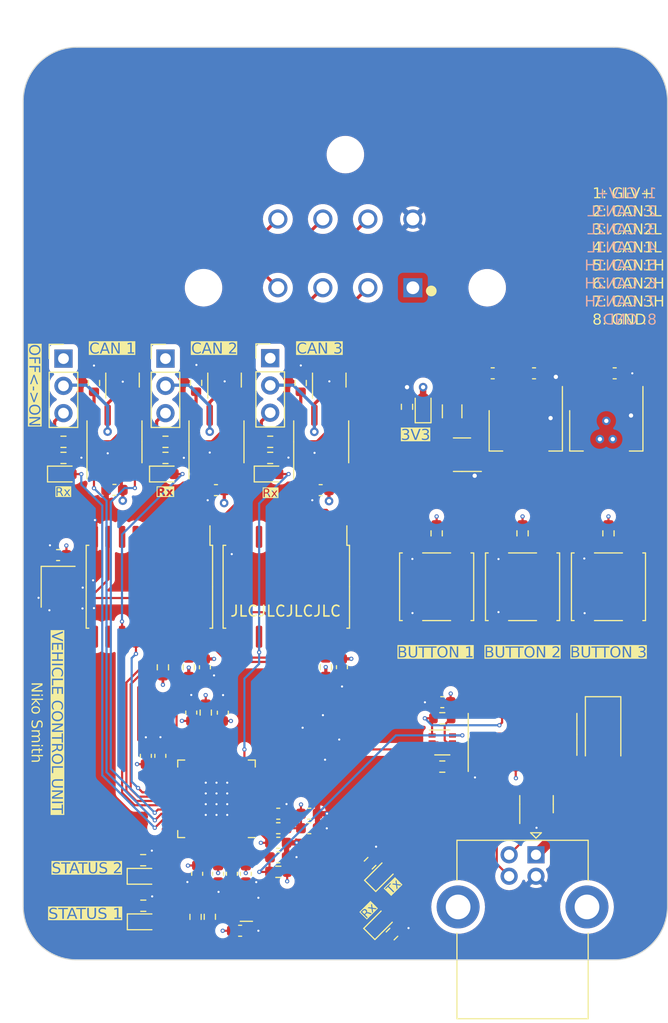
<source format=kicad_pcb>
(kicad_pcb (version 20221018) (generator pcbnew)
  (layers (0 "F.Cu" signal) (1 "In1.Cu" signal) (2 "In2.Cu" signal) (31 "B.Cu" signal) (34 "B.Paste" user) (35 "F.Paste" user) (36 "B.SilkS" user "B.Silkscreen") (37 "F.SilkS" user "F.Silkscreen") (38 "B.Mask" user) (39 "F.Mask" user) (44 "Edge.Cuts" user))
  (net 0 "")
  (net 1 "EN")
  (net 2 "GND")
  (net 3 "+3V3")
  (net 4 "+5V")
  (net 5 "Net-(Q2-S)")
  (net 6 "Net-(D1-A)")
  (net 7 "Net-(D2-K)")
  (net 8 "STATUS1_LED")
  (net 9 "CAN1-")
  (net 10 "CAN1+")
  (net 11 "CAN2-")
  (net 12 "CAN2+")
  (net 13 "CAN3-")
  (net 14 "CAN3+")
  (net 15 "Net-(D6-K)")
  (net 16 "CAN2_SPI_INT")
  (net 17 "Net-(D7-K)")
  (net 18 "CAN3_SPI_INT")
  (net 19 "Net-(D8-K)")
  (net 20 "CAN1_INT")
  (net 21 "Net-(D9-K)")
  (net 22 "STATUS2_LED")
  (net 23 "GLV+")
  (net 24 "Net-(Q2-D)")
  (net 25 "D-")
  (net 26 "D+")
  (net 28 "Net-(JP1-B)")
  (net 29 "Net-(JP2-B)")
  (net 30 "Net-(JP3-B)")
  (net 31 "RTS")
  (net 32 "Net-(Q1A-B1)")
  (net 33 "IO0")
  (net 34 "DTR")
  (net 35 "Net-(Q1B-B2)")
  (net 36 "Net-(U4-Rs)")
  (net 37 "Net-(U5-Rs)")
  (net 38 "Net-(U6-~{RESET})")
  (net 39 "Net-(U7-Rs)")
  (net 40 "Net-(U8-~{RESET})")
  (net 41 "Button 1")
  (net 42 "Button 2")
  (net 43 "Button 3")
  (net 44 "D- Out")
  (net 45 "D+ Out")
  (net 46 "MISO")
  (net 47 "MOSI")
  (net 48 "SCLK")
  (net 49 "CAN1_TX")
  (net 50 "CAN3_CS")
  (net 51 "CAN1_RX")
  (net 52 "CAN2_CS")
  (net 53 "TxD")
  (net 54 "RxD")
  (net 63 "CAN2_TX")
  (net 64 "CAN2_RX")
  (net 66 "CAN3_TX")
  (net 67 "CAN3_RX")
  (net 83 "VDD3P3")
  (net 85 "Net-(D10-K)")
  (net 89 "Net-(X1-OUT)")
  (net 90 "Net-(U2-XTAL_P)")
  (net 91 "Net-(D11-K)")
  (net 92 "Net-(D12-K)")
  (net 93 "Net-(U2-GPIO18{slash}ADC2_CH7{slash}DAC_2)")
  (net 94 "Net-(U2-U0TXD{slash}GPIO43)")
  (net 95 "Net-(U2-U0RXD{slash}GPIO44)")
  (net 118 "CAN_OSC_OUT")
  (footprint "Capacitor_SMD:C_0603_1608Metric" (layer "F.Cu") (at 175.08 85.37)
    (fp_text reference "C12" hide)
    (fp_text value "22u")
  )
  (footprint "Resistor_SMD:R_0603_1608Metric" (layer "F.Cu") (at 131.1825 134.95875 180)
    (fp_text reference "R1" hide)
    (fp_text value "3.3k")
  )
  (footprint "Inductor_SMD:L_0603_1608Metric" (layer "F.Cu") (at 143.75 127.74 180)
    (fp_text reference "FB1" hide)
    (fp_text value "0603")
  )
  (footprint "DTM_Header:ATM15-08" (layer "F.Cu") (at 150 74.2 180)
    (fp_text reference "J2" hide)
    (fp_text value "ATM13-08")
  )
  (footprint "Capacitor_SMD:C_0603_1608Metric" (layer "F.Cu") (at 123.25 102.3)
    (fp_text reference "C14" hide)
    (fp_text value "0.1uF")
  )
  (footprint "Oscillator:Oscillator_SMD_Abracon_ASDMB-4Pin_2.5x2.0mm" (layer "F.Cu") (at 140.21 135.06 90)
    (fp_text reference "X1" hide)
    (fp_text value "40MHz")
  )
  (footprint "Resistor_SMD:R_0603_1608Metric" (layer "F.Cu") (at 154.341696 137.599625 -135)
    (fp_text reference "R25" hide)
    (fp_text value "3.3k")
  )
  (footprint "Button_Switch_SMD:SW_SPST_B3S-1000" (layer "F.Cu") (at 158.5 105.25 -90)
    (fp_text reference "SW3" hide)
    (fp_text value "Button 1")
  )
  (footprint "Package_TO_SOT_SMD:SOT-363_SC-70-6" (layer "F.Cu") (at 159.025 119.75)
    (fp_text reference "Q1" hide)
    (fp_text value "BC847BS")
  )
  (footprint "Resistor_SMD:R_0603_1608Metric" (layer "F.Cu") (at 133.25 93.25 180)
    (fp_text reference "R6" hide)
    (fp_text value "3.3k")
  )
  (footprint "Package_SO:SOIC-18W_7.5x11.6mm_P1.27mm" (layer "F.Cu") (at 131.75 105.25 -90)
    (fp_text reference "U8" hide)
    (fp_text value "MCP2515-xSO")
  )
  (footprint "Package_SO:SOIC-8_3.9x4.9mm_P1.27mm" (layer "F.Cu") (at 138 91.75 90)
    (fp_text reference "U5" hide)
    (fp_text value "SN65HVD230")
  )
  (footprint "Resistor_SMD:R_0603_1608Metric" (layer "F.Cu") (at 148.18 112.74 -90)
    (fp_text reference "R9" hide)
    (fp_text value "10k")
  )
  (footprint "Capacitor_SMD:C_0603_1608Metric" (layer "F.Cu") (at 132.77 121 90)
    (fp_text reference "C2" hide)
    (fp_text value "0.1u")
  )
  (footprint "Resistor_SMD:R_0603_1608Metric" (layer "F.Cu") (at 159.025 117.5 180)
    (fp_text reference "R5" hide)
    (fp_text value "3k")
  )
  (footprint "Capacitor_SMD:C_0603_1608Metric" (layer "F.Cu") (at 138.15 131.985 -90)
    (fp_text reference "C17" hide)
    (fp_text value "100p")
  )
  (footprint "Package_SO:SOIC-8_3.9x4.9mm_P1.27mm" (layer "F.Cu") (at 128.5 91.75 90)
    (fp_text reference "U4" hide)
    (fp_text value "SN65HVD230")
  )
  (footprint "Capacitor_SMD:C_0603_1608Metric" (layer "F.Cu") (at 136.92 112.75 90)
    (fp_text reference "C9" hide)
    (fp_text value "0.1uF")
  )
  (footprint "Resistor_SMD:R_0603_1608Metric" (layer "F.Cu") (at 143.7575 131.8 180)
    (fp_text reference "R2" hide)
    (fp_text value "10k")
  )
  (footprint "Resistor_SMD:R_0603_1608Metric" (layer "F.Cu") (at 158.5 100.275 90)
    (fp_text reference "R19" hide)
    (fp_text value "10k")
  )
  (footprint "Resistor_SMD:R_0603_1608Metric" (layer "F.Cu") (at 136.05 136 90)
    (fp_text reference "R22" hide)
    (fp_text value "10k")
  )
  (footprint "LED_SMD:LED_0603_1608Metric" (layer "F.Cu") (at 133.25 94.75)
    (fp_text reference "D6" hide)
    (fp_text value "GREEN")
  )
  (footprint "LED_SMD:LED_0603_1608Metric" (layer "F.Cu") (at 123.75 94.75)
    (fp_text reference "D8" hide)
    (fp_text value "GREEN")
  )
  (footprint "Package_TO_SOT_SMD:SOT-23" (layer "F.Cu") (at 148.5 86 90)
    (fp_text reference "D5" hide)
    (fp_text value "SM712_SOT23")
  )
  (footprint "Package_SO:SOIC-16_3.9x9.9mm_P1.27mm" (layer "F.Cu") (at 166.5 119 90)
    (fp_text reference "U3" hide)
    (fp_text value "CH340C")
  )
  (footprint "Resistor_SMD:R_0603_1608Metric" (layer "F.Cu") (at 126.59 86.27 90)
    (fp_text reference "R3" hide)
    (fp_text value "10k")
  )
  (footprint "Package_TO_SOT_SMD:SOT-23-3" (layer "F.Cu") (at 160.8625 92.95 180)
    (fp_text reference "Q2" hide)
    (fp_text value "SSM3J328")
  )
  (footprint "Button_Switch_SMD:SW_SPST_B3S-1000" (layer "F.Cu") (at 166.5 105.25 -90)
    (fp_text reference "SW2" hide)
    (fp_text value "Button 1")
  )
  (footprint "Fuse:Fuse_1206_3216Metric" (layer "F.Cu") (at 159.9425 88.91 -90)
    (fp_text reference "F1" hide)
    (fp_text value "1A")
  )
  (footprint "Resistor_SMD:R_0603_1608Metric" (layer "F.Cu") (at 143 91.75)
    (fp_text reference "R11" hide)
    (fp_text value "120")
  )
  (footprint "Capacitor_SMD:C_0603_1608Metric" (layer "F.Cu") (at 140.2 137.29 180)
    (fp_text reference "C27" hide)
    (fp_text value "0.1uF")
  )
  (footprint "Capacitor_SMD:C_0603_1608Metric" (layer "F.Cu") (at 146.64 126.39)
    (fp_text reference "C25" hide)
    (fp_text value "1u")
  )
  (footprint "Resistor_SMD:R_0603_1608Metric" (layer "F.Cu") (at 155.74 88.49 -90)
    (fp_text reference "R20" hide)
    (fp_text value "3.3k")
  )
  (footprint "Resistor_SMD:R_0603_1608Metric" (layer "F.Cu") (at 137.38 135.99 -90)
    (fp_text reference "R23" hide)
    (fp_text value "10k")
  )
  (footprint "Oscillator:Oscillator_SMD_Abracon_ASE-4Pin_3.2x2.5mm" (layer "F.Cu") (at 123.25 105.25 -90)
    (fp_text reference "X3" hide)
    (fp_text value "8MHz")
  )
  (footprint "Resistor_SMD:R_0603_1608Metric" (layer "F.Cu") (at 145.84 86.27 90)
    (fp_text reference "R10" hide)
    (fp_text value "10k")
  )
  (footprint "Capacitor_SMD:C_0603_1608Metric" (layer "F.Cu") (at 146.64 127.74)
    (fp_text reference "C26" hide)
    (fp_text value "10u")
  )
  (footprint "Capacitor_SMD:C_0603_1608Metric" (layer "F.Cu") (at 131.42 121 90)
    (fp_text reference "C1" hide)
    (fp_text value "1uF")
  )
  (footprint "LED_SMD:LED_0603_1608Metric" (layer "F.Cu") (at 143 94.75)
    (fp_text reference "D7" hide)
    (fp_text value "GREEN")
  )
  (footprint "LED_SMD:LED_0603_1608Metric" (layer "F.Cu") (at 153.281036 136.538965 45)
    (fp_text reference "D12" hide)
    (fp_text value "GREEN")
  )
  (footprint "Package_TO_SOT_SMD:SOT-223-3_TabPin2" (layer "F.Cu") (at 174.3 90.7 -90)
    (fp_text reference "U9" hide)
    (fp_text value "AMS1117-3.3")
  )
  (footprint "Capacitor_SMD:C_0603_1608Metric" (layer "F.Cu") (at 137.95 96.25)
    (fp_text reference "C5" hide)
    (fp_text value "0.1uF")
  )
  (footprint "Package_TO_SOT_SMD:SOT-23-6" (layer "F.Cu") (at 167.8 125.5 90)
    (fp_text reference "U1" hide)
    (fp_text value "USBLC6-2SC6")
  )
  (footprint "Package_TO_SOT_SMD:SOT-223-3_TabPin2" (layer "F.Cu") (at 166.8 90.7 -90)
    (fp_text reference "U10" hide)
    (fp_text value "AMS1117-5")
  )
  (footprint "Capacitor_SMD:C_0603_1608Metric" (layer "F.Cu") (at 136.2 131.985 -90)
    (fp_text reference "C8" hide)
    (fp_text value "0.1u")
  )
  (footprint "Resistor_SMD:R_0603_1608Metric" (layer "F.Cu") (at 131.169776 130.718463 180)
    (fp_text reference "R16" hide)
    (fp_text value "3.3k")
  )
  (footprint "Resistor_SMD:R_0603_1608Metric" (layer "F.Cu") (at 123.75 91.75)
    (fp_text reference "R8" hide)
    (fp_text value "120")
  )
  (footprint "Diode_SMD:D_SMA" (layer "F.Cu") (at 174 119 -90)
    (fp_text reference "D1" hide)
    (fp_text value "SS34")
  )
  (footprint "Capacitor_SMD:C_0603_1608Metric" (layer "F.Cu") (at 163.72 85.37 180)
    (fp_text reference "C13" hide)
    (fp_text value "22u")
  )
  (footprint "Capacitor_SMD:C_0603_1608Metric" (layer "F.Cu") (at 139.435 131.985 90)
    (fp_text reference "C24" hide)
    (fp_text value "50p")
  )
  (footprint "LED_SMD:LED_0603_1608Metric" (layer "F.Cu") (at 131.169776 132.218463)
    (fp_text reference "D9" hide)
    (fp_text value "GREEN")
  )
  (footprint "Capacitor_SMD:C_0603_1608Metric" (layer "F.Cu") (at 149.68 112.74 90)
    (fp_text reference "C7" hide)
    (fp_text value "0.1uF")
  )
  (footprint "Package_TO_SOT_SMD:SOT-23" (layer "F.Cu") (at 138.75 86 90)
    (fp_text reference "D4" hide)
    (fp_text value "SM712_SOT23")
  )
  (footprint "Connector_PinHeader_2.54mm:PinHeader_1x03_P2.54mm_Vertical" (layer "F.Cu") (at 143 83.96)
    (fp_text reference "JP1" hide)
    (fp_text value "Jumper_2_Open")
  )
  (footprint "Capacitor_SMD:C_0603_1608Metric" (layer "F.Cu") (at 147.7 96.25)
    (fp_text reference "C10" hide)
    (fp_text value "0.1uF")
  )
  (footprint "Resistor_SMD:R_0603_1608Metric" (layer "F.Cu") (at 137 116.97 -90)
    (fp_text reference "R21" hide)
    (fp_text value "10k")
  )
  (footprint "Connector_USB:USB_B_Lumberg_2411_02_Horizontal" (layer "F.Cu") (at 167.75 130.2125 -90)
    (fp_text reference "J1" hide)
    (fp_text value "USB_B")
  )
  (footprint "Capacitor_SMD:C_0603_1608Metric" (layer "F.Cu") (at 159.025 116)
    (fp_text reference "C3" hide)
    (fp_text value "100n")
  )
  (footprint "Resistor_SMD:R_0603_1608Metric" (layer "F.Cu") (at 133.25 91.75)
    (fp_text reference "R12" hide)
    (fp_text value "120")
  )
  (footprint "Capacitor_SMD:C_0603_1608Metric" (layer "F.Cu") (at 143.7575 130.45)
    (fp_text reference "C28" hide)
    (fp_text value "1u")
  )
  (footprint "LED_SMD:LED_0603_1608Metric" (layer "F.Cu") (at 153.36066 132.06066 45)
    (fp_text reference "D11" hide)
    (fp_text value "GREEN")
  )
  (footprint "Resistor_SMD:R_0603_1608Metric" (layer "F.Cu") (at 136.1 86.26 90)
    (fp_text reference "R7" hide)
    (fp_text value "10k")
  )
  (footprint "LED_SMD:LED_0603_1608Metric" (layer "F.Cu") (at 157.24 88.49 90)
    (fp_text reference "D10" hide)
    (fp_text value "GREEN")
  )
  (footprint "Resistor_SMD:R_0603_1608Metric" (layer "F.Cu") (at 123.75 93.25 180)
    (fp_text reference "R15" hide)
    (fp_text value "3.3k")
  )
  (footprint "Resistor_SMD:R_0603_1608Metric" (layer "F.Cu") (at 166.5 100.275 90)
    (fp_text reference "R18" hide)
    (fp_text value "10k")
  )
  (footprint "Button_Switch_SMD:SW_SPST_B3S-1000" (layer "F.Cu") (at 174.5 105.25 -90)
    (fp_text reference "SW1" hide)
    (fp_text value "Button 1")
  )
  (footprint "Capacitor_SMD:C_0603_1608Metric" (layer "F.Cu") (at 138.59 116.98 90)
    (fp_text reference "C16" hide)
    (fp_text value "0.1u")
  )
  (footprint "Capacitor_SMD:C_0603_1608Metric" (layer "F.Cu") (at 140.73 131.99 -90)
    (fp_text reference "C18" hide)
    (fp_text value "1uF")
  )
  (footprint "Resistor_SMD:R_0603_1608Metric" (layer "F.Cu") (at 135.42 112.75 -90)
    (fp_text reference "R13" hide)
    (fp_text value "10k")
  )
  (footprint "Package_SO:SOIC-8_3.9x4.9mm_P1.27mm" (layer "F.Cu") (at 147.75 91.75 90)
    (fp_text reference "U7" hide)
    (fp_text value "SN65HVD230")
  )
  (footprint "Capacitor_SMD:C_0603_1608Metric" (layer "F.Cu") (at 167.57 85.37)
    (fp_text reference "C11" hide)
    (fp_text value "22u")
  )
  (footprint "Connector_PinHeader_2.54mm:PinHeader_1x03_P2.54mm_Vertical" (layer "F.Cu") (at 123.75 84)
    (fp_text reference "JP3" hide)
    (fp_text value "Jumper_2_Open")
  )
  (footprint "Capacitor_SMD:C_0603_1608Metric" (layer "F.Cu") (at 143.75 126.39)
    (fp_text reference "C23" hide)
    (fp_text value "0.1u")
  )
  (footprint "LED_SMD:LED_0603_1608Metric" (layer "F.Cu") (at 131.1825 136.45875)
    (fp_text reference "D2" hide)
    (fp_text value "GREEN")
  )
  (footprint "Resistor_SMD:R_0603_1608Metric" (layer "F.Cu") (at 174.5 100.275 90)
    (fp_text reference "R17" hide)
    (fp_text value "10k")
  )
  (footprint "Resistor_SMD:R_0603_1608Metric" (layer "F.Cu") (at 143 93.25 180)
    (fp_text reference "R14" hide)
    (fp_text value "3.3k")
  )
  (footprint "Package_DFN_QFN:QFN-56-1EP_7x7mm_P0.4mm_EP5.6x5.6mm" (layer "F.Cu") (at 138 125 180)
    (fp_text reference "U2" hide)
    (fp_text value "ESP32-S2")
  )
  (footprint "Connector_PinHeader_2.54mm:PinHeader_1x03_P2.54mm_Vertical" (layer "F.Cu") (at 133.25 84)
    (fp_text reference "JP2" hide)
    (fp_text value "Jumper_2_Open")
  )
  (footprint "Capacitor_SMD:C_0603_1608Metric" (layer "F.Cu") (at 135.65 116.97 90)
    (fp_text reference "C15" hide)
    (fp_text value "0.1u")
  )
  (footprint "Resistor_SMD:R_0603_1608Metric" (layer "F.Cu") (at 152.3 131 -135)
    (fp_text reference "R24" hide)
    (fp_text value "3.3k")
  )
  (footprint "Resistor_SMD:R_0603_1608Metric" (layer "F.Cu") (at 133.01 112.75 90)
    (fp_text reference "R26" hide)
    (fp_text value "4k7")
  )
  (footprint "Capacitor_SMD:C_0603_1608Metric" (layer "F.Cu") (at 143.7525 129.1)
    (fp_text reference "C6" hide)
    (fp_text value "0.1u")
  )
  (footprint "Package_SO:SOIC-18W_7.5x11.6mm_P1.27mm" (layer "F.Cu") (at 144.5 105.25 -90)
    (fp_text reference "U6" hide)
    (fp_text value "MCP2515-xSO")
  )
  (footprint "Package_TO_SOT_SMD:SOT-23" (layer "F.Cu") (at 129.25 86 90)
    (fp_text reference "D3" hide)
    (fp_text value "SM712_SOT23")
  )
  (footprint "Resistor_SMD:R_0603_1608Metric" (layer "F.Cu") (at 159.025 122)
    (fp_text reference "R4" hide)
    (fp_text value "10k")
  )
  (footprint "Capacitor_SMD:C_0603_1608Metric" (layer "F.Cu") (at 128.5 96.23)
    (fp_text reference "C4" hide)
    (fp_text value "0.1uF")
  )
  (gr_line (start 175 140) (end 125 140) (stroke (width 0.1)) (layer "Edge.Cuts"))
  (gr_arc (start 125 140) (mid 121.464466 138.535534) (end 120 135) (stroke (width 0.1)) (layer "Edge.Cuts"))
  (gr_line (start 180 60) (end 180 135) (stroke (width 0.1)) (layer "Edge.Cuts"))
  (gr_line (start 120 135) (end 120 60) (stroke (width 0.1)) (layer "Edge.Cuts"))
  (gr_arc (start 180 135) (mid 178.535534 138.535534) (end 175 140) (stroke (width 0.1)) (layer "Edge.Cuts"))
  (gr_arc (start 120 60) (mid 121.464466 56.464466) (end 125 55) (stroke (width 0.1)) (layer "Edge.Cuts"))
  (gr_line (start 125 55) (end 175 55) (stroke (width 0.1)) (layer "Edge.Cuts"))
  (gr_arc (start 175 55) (mid 178.535534 56.464466) (end 180 60) (stroke (width 0.1)) (layer "Edge.Cuts"))
  (gr_text "1: GLV+\n2: CAN3L\n3: CAN2L\n4: CAN1L\n5: CAN1H\n6: CAN2H\n7: CAN3H\n8: GND" (at 179 81) (layer "B.SilkS") (effects (font (size 1 1)) (justify left bottom mirror)))
  (gr_text "STATUS 2" (at 129.232276 132.108463) (layer "F.SilkS" knockout) (effects (font (size 1 1)) (justify right bottom)))
  (gr_text "Niko Smith" (at 120.61 117.89 -90) (layer "F.SilkS") (effects (font (size 1 1)) (justify bottom)))
  (gr_text "Rx" (at 133.2 96) (layer "F.SilkS" knockout) (effects (font (size 0.8 0.8) (thickness 0.16) bold italic) (justify top)))
  (gr_text "Rx" (at 143 96.1) (layer "F.SilkS" knockout) (effects (font (size 0.8 0.8) (thickness 0.15) italic) (justify top)))
  (gr_text "BUTTON 2" (at 166.5 112) (layer "F.SilkS" knockout) (effects (font (size 1 1)) (justify bottom)))
  (gr_text "Rx" (at 151.866823 135.124752 45) (layer "F.SilkS" knockout) (effects (font (size 0.8 0.8) (thickness 0.15) italic) (justify top)))
  (gr_text "CAN 1" (at 128.3 83.7) (layer "F.SilkS" knockout) (effects (font (size 1 1)) (justify bottom)))
  (gr_text "JLCJLCJLCJLC" (at 139.2 108.1) (layer "F.SilkS") (effects (font (size 1 1)) (justify left bottom)))
  (gr_text "VEHICLE CONTROL UNIT" (at 122.51 117.89 -90) (layer "F.SilkS" knockout) (effects (font (size 1 1)) (justify bottom)))
  (gr_text "1: GLV+\n2: CAN3L\n3: CAN2L\n4: CAN1L\n5: CAN1H\n6: CAN2H\n7: CAN3H\n8: GND" (at 173 81) (layer "F.SilkS") (effects (font (size 1 1)) (justify left bottom)))
  (gr_text "3V3" (at 156.54 91.74) (layer "F.SilkS" knockout) (effects (font (size 1 1)) (justify bottom)))
  (gr_text "BUTTON 1" (at 158.4 112) (layer "F.SilkS" knockout) (effects (font (size 1 1)) (justify bottom)))
  (gr_text "STATUS 1\n" (at 129.245 136.34875) (layer "F.SilkS" knockout) (effects (font (size 1 1.05)) (justify right bottom)))
  (gr_text "Rx" (at 123.7 96) (layer "F.SilkS" knockout) (effects (font (size 0.8 0.8) (thickness 0.15) italic) (justify top)))
  (gr_text "BUTTON 3" (at 174.5 112) (layer "F.SilkS" knockout) (effects (font (size 1 1)) (justify bottom)))
  (gr_text "CAN 2" (at 137.8 83.7) (layer "F.SilkS" knockout) (effects (font (size 1 1) (thickness 0.125)) (justify bottom)))
  (gr_text "CAN 3" (at 147.6 83.7) (layer "F.SilkS" knockout) (effects (font (size 1 1)) (justify bottom)))
  (gr_text "OFF<->ON\n" (at 120.4 86.5 -90) (layer "F.SilkS" knockout) (effects (font (size 1 1)) (justify bottom)))
  (gr_text "Tx" (at 154.180904 132.880904 45) (layer "F.SilkS" knockout) (effects (font (size 0.8 0.8) (thickness 0.15) italic) (justify top)))
  (segment (start 140.6 129.1) (end 141.95 130.45) (width 0.2) (layer "F.Cu") (net 1))
  (segment (start 159.975 119.1) (end 160.88 119.1) (width 0.2) (layer "F.Cu") (net 1))
  (segment (start 142.9225 131.81) (end 142.9325 131.8) (width 0.2) (layer "F.Cu") (net 1))
  (segment (start 141.99 131.81) (end 142.9225 131.81) (width 0.2) (layer "F.Cu") (net 1))
  (segment (start 160.88 119.1) (end 160.89 119.09) (width 0.2) (layer "F.Cu") (net 1))
  (segment (start 141.95 130.45) (end 142.9825 130.45) (width 0.2) (layer "F.Cu") (net 1))
  (segment (start 142.9325 131.8) (end 142.9325 130.5) (width 0.2) (layer "F.Cu") (net 1))
  (segment (start 140.6 128.4375) (end 140.6 129.1) (width 0.2) (layer "F.Cu") (net 1))
  (via (at 160.89 119.09) (size 0.4) (drill 0.2) (layers "F.Cu" "B.Cu") (net 1))
  (via (at 141.99 131.81) (size 0.4) (drill 0.2) (layers "F.Cu" "B.Cu") (net 1))
  (segment (start 160.89 119.09) (end 154.71 119.09) (width 0.2) (layer "B.Cu") (net 1))
  (segment (start 154.71 119.09) (end 141.99 131.81) (width 0.2) (layer "B.Cu") (net 1))
  (segment (start 167.8 126.6375) (end 167.8 127.7) (width 0.2) (layer "F.Cu") (net 2))
  (via (at 145.46 129.09) (size 0.4) (drill 0.2) (layers "F.Cu" "B.Cu") (net 2))
  (via (at 146.92 97.19) (size 0.4) (drill 0.2) (layers "F.Cu" "B.Cu") (net 2))
  (via (at 164.26 102.67) (size 0.4) (drill 0.2) (layers "F.Cu" "B.Cu") (net 2))
  (via (at 145.45 130.43) (size 0.4) (drill 0.2) (layers "F.Cu" "B.Cu") (net 2))
  (via (at 144.7 93.22) (size 0.4) (drill 0.2) (layers "F.Cu" "B.Cu") (net 2))
  (via (at 137 124.5) (size 0.4) (drill 0.2) (layers "F.Cu" "B.Cu") (net 2))
  (via (at 149.69 114.54) (size 0.4) (drill 0.2) (layers "F.Cu" "B.Cu") (net 2))
  (via (at 145.85 84.64) (size 0.4) (drill 0.2) (layers "F.Cu" "B.Cu") (net 2))
  (via (at 139 124.5) (size 0.4) (drill 0.2) (layers "F.Cu" "B.Cu") (net 2))
  (via (at 167.8 127.7) (size 0.4) (drill 0.2) (layers "F.Cu" "B.Cu") (net 2))
  (via (at 141.7 132.76) (size 0.4) (drill 0.2) (layers "F.Cu" "B.Cu") (net 2))
  (via (at 149.43 119.48) (size 0.4) (drill 0.2) (layers "F.Cu" "B.Cu") (net 2))
  (via (at 137.77 113.51) (size 0.4) (drill 0.2) (layers "F.Cu" "B.Cu") (net 2))
  (via (at 131.42 119.27) (size 0.4) (drill 0.2) (layers "F.Cu" "B.Cu") (net 2))
  (via (at 138.19 133.67) (size 0.4) (drill 0.2) (layers "F.Cu" "B.Cu") (net 2))
  (via (at 148.29 126.38) (size 0.4) (drill 0.2) (layers "F.Cu" "B.Cu") (net 2))
  (via (at 138.61 115.34) (size 0.4) (drill 0.2) (layers "F.Cu" "B.Cu") (net 2))
  (via (at 126.68 99.04) (size 0.4) (drill 0.2) (layers "F.Cu" "B.Cu") (net 2))
  (via (at 147.91 117.21) (size 0.4) (drill 0.2) (layers "F.Cu" "B.Cu") (net 2))
  (via (at 137.37 92.75) (size 0.4) (drill 0.2) (layers "F.Cu" "B.Cu") (net 2))
  (via (at 132.01 134.09) (size 0.4) (drill 0.2) (layers "F.Cu" "B.Cu") (net 2))
  (via (at 176.72 85.37) (size 0.4) (drill 0.2) (layers "F.Cu" "B.Cu") (net 2))
  (via (at 137 125.5) (size 0.4) (drill 0.2) (layers "F.Cu" "B.Cu") (net 2))
  (via (at 138 126.5) (size 0.4) (drill 0.2) (layers "F.Cu" "B.Cu") (net 2))
  (via (at 135.65 115.33) (size 0.4) (drill 0.2) (layers "F.Cu" "B.Cu") (net 2))
  (via (at 132.78 119.26) (size 0.4) (drill 0.2) (layers "F.Cu" "B.Cu") (net 2))
  (via (at 172.28 107.71) (size 0.4) (drill 0.2) (layers "F.Cu" "B.Cu") (net 2))
  (via (at 157.41 116.01) (size 0.4) (drill 0.2) (layers "F.Cu" "B.Cu") (net 2))
  (via (at 137 126.5) (size 0.4) (drill 0.2) (layers "F.Cu" "B.Cu") (net 2))
  (via (at 125.52 107.27) (size 0.4) (drill 0.2) (layers "F.Cu" "B.Cu") (net 2))
  (via (at 156.25 107.7) (size 0.4) (drill 0.2) (layers "F.Cu" "B.Cu") (net 2))
  (via (at 144.52 125.49) (size 0.4) (drill 0.2) (layers "F.Cu" "B.Cu") (net 2))
  (via (at 146.02 118.38) (size 0.4) (drill 0.2) (layers "F.Cu" "B.Cu") (net 2))
  (via (at 122.49 101.39) (size 0.4) (drill 0.2) (layers "F.Cu" "B.Cu") (net 2))
  (via (at 139 123.5) (size 0.4) (drill 0.2) (layers "F.Cu" "B.Cu") (net 2))
  (via (at 147.13 92.78) (size 0.4) (drill 0.2) (layers "F.Cu" "B.Cu") (net 2))
  (via (at 129.27 86.15) (size 0.4) (drill 0.2) (layers "F.Cu" "B.Cu") (net 2))
  (via (at 127.87 92.82) (size 0.4) (drill 0.2) (layers "F.Cu" "B.Cu") (net 2))
  (via (at 126.59 84.65) (size 0.4) (drill 0.2) (layers "F.Cu" "B.Cu") (net 2))
  (via (at 162.0425 94.91) (size 0.8) (drill 0.4) (layers "F.Cu" "B.Cu") (net 2))
  (via (at 125.54 105.33) (size 0.4) (drill 0.2) (layers "F.Cu" "B.Cu") (net 2))
  (via (at 155.88 137.04) (size 0.4) (drill 0.2) (layers "F.Cu" "B.Cu") (net 2))
  (via (at 139.42 102.21) (size 0.4) (drill 0.2) (layers "F.Cu" "B.Cu") (net 2))
  (via (at 152.86 129.46) (size 0.4) (drill 0.2) (layers "F.Cu" "B.Cu") (net 2))
  (via (at 121.43 106.28) (size 0.4) (drill 0.2) (layers "F.Cu" "B.Cu") (net 2))
  (via (at 126.59 107.24) (size 0.4) (drill 0.2) (layers "F.Cu" "B.Cu") (net 2))
  (via (at 155.74 86.66) (size 0.8) (drill 0.4) (layers "F.Cu" "B.Cu") (net 2))
  (via (at 169.6 85.7) (size 0.8) (drill 0.4) (layers "F.Cu" "B.Cu") (net 2))
  (via (at 172.25 102.62) (size 0.4) (drill 0.2) (layers "F.Cu" "B.Cu") (net 2))
  (via (at 164.26 107.61) (size 0.4) (drill 0.2) (layers "F.Cu" "B.Cu") (net 2))
  (via (at 138 123.5) (size 0.4) (drill 0.2) (layers "F.Cu" "B.Cu") (net 2))
  (via (at 148.51 86.12) (size 0.4) (drill 0.2) (layers "F.Cu" "B.Cu") (net 2))
  (via (at 139 126.5) (size 0.4) (drill 0.2) (layers "F.Cu" "B.Cu") (net 2))
  (via (at 137.18 97.19) (size 0.4) (drill 0.2) (layers "F.Cu" "B.Cu") (net 2))
  (via (at 131.977276 129.829713) (size 0.4) (drill 0.2) (layers "F.Cu" "B.Cu") (net 2))
  (via (at 125.42 93.23) (size 0.4) (drill 0.2) (layers "F.Cu" "B.Cu") (net 2))
  (via (at 162.07 123.01) (size 0.4) (drill 0.2) (layers "F.Cu" "B.Cu") (net 2))
  (via (at 176.6 89.3) (size 0.8) (drill 0.4) (layers "F.Cu" "B.Cu") (net 2))
  (via (at 135.29 132.75) (size 0.4) (drill 0.2) (layers "F.Cu" "B.Cu") (net 2))
  (via (at 137 123.5) (size 0.4) (drill 0.2) (layers "F.Cu" "B.Cu") (net 2))
  (via (at 126.51 104.65) (size 0.4) (drill 0.2) (layers "F.Cu" "B.Cu") (net 2))
  (via (at 139 125.5) (size 0.4) (drill 0.2) (layers "F.Cu" "B.Cu") (net 2))
  (via (at 148.11 121.36) (size 0.4) (drill 0.2) (layers "F.Cu" "B.Cu") (net 2))
  (via (at 138.76 86.12) (size 0.4) (drill 0.2) (layers "F.Cu" "B.Cu") (net 2))
  (via (at 141.9 134.22) (size 0.4) (drill 0.2) (layers "F.Cu" "B.Cu") (net 2))
  (via (at 134.96 93.24) (size 0.4) (drill 0.2) (layers "F.Cu" "B.Cu") (net 2))
  (via (at 138 124.5) (size 0.4) (drill 0.2) (layers "F.Cu" "B.Cu") (net 2))
  (via (at 136.13 84.59) (size 0.4) (drill 0.2) (layers "F.Cu" "B.Cu") (net 2))
  (via (at 156.24 102.66) (size 0.4) (drill 0.2) (layers "F.Cu" "B.Cu") (net 2))
  (via (at 141.9 137.29) (size 0.4) (drill 0.2) (layers "F.Cu" "B.Cu") (net 2))
  (via (at 148.27 127.75) (size 0.4) (drill 0.2) (layers "F.Cu" "B.Cu") (net 2))
  (via (at 138 125.5) (size 0.4) (drill 0.2) (layers "F.Cu" "B.Cu") (net 2))
  (via (at 169.11 89.54) (size 0.8) (drill 0.4) (layers "F.Cu" "B.Cu") (net 2))
  (via (at 122.44 107.44) (size 0.4) (drill 0.2) (layers "F.Cu" "B.Cu") (net 2))
  (segment (start 148.18 112.74) (end 148.17 112.73) (width 0.3) (layer "F.Cu") (net 3))
  (segment (start 142.21 127.82) (end 142.21 128.3325) (width 0.2) (layer "F.Cu") (net 3))
  (segment (start 137 115.35) (end 136.99 115.34) (width 0.2) (layer "F.Cu") (net 3))
  (segment (start 124.075 102.35) (end 124.025 102.3) (width 0.2) (layer "F.Cu") (net 3))
  (segment (start 159.8 116) (end 159.8 115.2095) (width 0.2) (layer "F.Cu") (net 3))
  (segment (start 159.8 116) (end 160.49 116) (width 0.2) (layer "F.Cu") (net 3))
  (segment (start 148.18 113.565) (end 148.18 112.74) (width 0.3) (layer "F.Cu") (net 3))
  (segment (start 138.725 97.435) (end 138.725 96.25) (width 0.3) (layer "F.Cu") (net 3))
  (segment (start 130.6 121.77) (end 130.605 121.775) (width 0.2) (layer "F.Cu") (net 3))
  (segment (start 148.475 96.25) (end 148.475 97.265) (width 0.3) (layer "F.Cu") (net 3))
  (segment (start 138.15 130.5) (end 138.15 131.215) (width 0.2) (layer "F.Cu") (net 3))
  (segment (start 138.635 94.225) (end 138.635 96.16) (width 0.3) (layer "F.Cu") (net 3))
  (segment (start 130.605 121.775) (end 131.42 121.775) (width 0.2) (layer "F.Cu") (net 3))
  (segment (start 136.2 131.21) (end 135.35 131.21) (width 0.2) (layer "F.Cu") (net 3))
  (segment (start 174.5 99.45) (end 174.5 98.7) (width 0.2) (layer "F.Cu") (net 3))
  (segment (start 141.4375 127.6) (end 141.99 127.6) (width 0.2) (layer "F.Cu") (net 3))
  (segment (start 134.785 117.745) (end 134.78 117.74) (width 0.2) (layer "F.Cu") (net 3))
  (segment (start 137.765 111.975) (end 137.77 111.97) (width 0.3) (layer "F.Cu") (net 3))
  (segment (start 165.865 123.065) (end 165.88 123.08) (width 0.2) (layer "F.Cu") (net 3))
  (segment (start 136.83 109.9) (end 136.83 111.885) (width 0.3) (layer "F.Cu") (net 3))
  (segment (start 166.5 99.45) (end 166.5 98.7) (width 0.2) (layer "F.Cu") (net 3))
  (segment (start 142.21 128.3325) (end 142.9775 129.1) (width 0.2) (layer "F.Cu") (net 3))
  (segment (start 132.77 122.39) (end 132.77 121.775) (width 0.2) (layer "F.Cu") (net 3))
  (segment (start 138.6 130.05) (end 138.15 130.5) (width 0.2) (layer "F.Cu") (net 3))
  (segment (start 129.275 96.23) (end 129.275 97.225) (width 0.3) (layer "F.Cu") (net 3))
  (segment (start 139.335 117.755) (end 139.34 117.75) (width 0.2) (layer "F.Cu") (net 3))
  (segment (start 124.025 102.3) (end 124.025 101.415) (width 0.2) (layer "F.Cu") (net 3))
  (segment (start 145.865 127.74) (end 144.5375 127.74) (width 0.2) (layer "F.Cu") (net 3))
  (segment (start 135.65 117.745) (end 134.785 117.745) (width 0.2) (layer "F.Cu") (net 3))
  (segment (start 124.075 104.2) (end 124.075 102.35) (width 0.2) (layer "F.Cu") (net 3))
  (segment (start 137 116.145) (end 137 115.35) (width 0.2) (layer "F.Cu") (net 3))
  (segment (start 124.025 101.415) (end 124.02 101.41) (width 0.2) (layer "F.Cu") (net 3))
  (segment (start 135.42 113.575) (end 135.42 112.78) (width 0.3) (layer "F.Cu") (net 3))
  (segment (start 133.18 122.8) (end 132.77 122.39) (width 0.2) (layer "F.Cu") (net 3))
  (segment (start 145.865 126.39) (end 145.865 125.535) (width 0.2) (layer "F.Cu") (net 3))
  (segment (start 136.92 111.975) (end 137.765 111.975) (width 0.3) (layer "F.Cu") (net 3))
  (segment (start 138.6 128.4375) (end 138.6 130.05) (width 0.2) (layer "F.Cu") (net 3))
  (segment (start 139.8 128.4375) (end 139.8 129.86) (width 0.2) (layer "F.Cu") (net 3))
  (segment (start 132.77 121.775) (end 131.42 121.775) (width 0.2) (layer "F.Cu") (net 3))
  (segment (start 135.8 121.5625) (end 135.8 117.895) (width 0.2) (layer "F.Cu") (net 3))
  (segment (start 139.8 129.86) (end 140.73 130.79) (width 0.2) (layer "F.Cu") (net 3))
  (segment (start 139.435 135.885) (end 139.435 137.28) (width 0.2) (layer "F.Cu") (net 3))
  (segment (start 145.865 125.535) (end 145.87 125.53) (width 0.2) (layer "F.Cu") (net 3))
  (segment (start 140.73 130.79) (end 140.73 131.215) (width 0.2) (layer "F.Cu") (net 3))
  (segment (start 138.6 121.5625) (end 138.6 117.765) (width 0.2) (layer "F.Cu") (net 3))
  (segment (start 157.24 87.7025) (end 157.24 86.66) (width 0.6) (layer "F.Cu") (net 3))
  (segment (start 144.5825 131.8) (end 144.5825 132.6775) (width 0.2) (layer "F.Cu") (net 3))
  (segment (start 150.545 111.965) (end 150.55 111.96) (width 0.3) (layer "F.Cu") (net 3))
  (segment (start 138.71 97.45) (end 138.725 97.435) (width 0.3) (layer "F.Cu") (net 3))
  (segment (start 136.2 128.4375) (end 136.2 131.21) (width 0.2) (layer "F.Cu") (net 3))
  (segment (start 149.58 109.9) (end 149.58 111.865) (width 0.3) (layer "F.Cu") (net 3))
  (segment (start 161.015 116.525) (end 162.055 116.525) (width 0.2) (layer "F.Cu") (net 3))
  (segment (start 134.5625 122.8) (end 133.18 122.8) (width 0.2) (layer "F.Cu") (net 3))
  (segment (start 141.99 127.6) (end 142.21 127.82) (width 0.2) (layer "F.Cu") (net 3))
  (segment (start 160.49 116) (end 161.015 116.525) (width 0.2) (layer "F.Cu") (net 3))
  (segment (start 145.865 126.39) (end 145.865 127.74) (width 0.2) (layer "F.Cu") (net 3))
  (segment (start 139.425 137.29) (end 138.58 137.29) (width 0.2) (layer "F.Cu") (net 3))
  (segment (start 140.73 131.215) (end 140.73 131.9155) (width 0.2) (layer "F.Cu") (net 3))
  (segment (start 142.9775 129.1) (end 142.13 129.1) (width 0.2) (layer "F.Cu") (net 3))
  (segment (start 158.5 99.45) (end 158.5 98.7) (width 0.2) (layer "F.Cu") (net 3))
  (segment (start 165.865 121.475) (end 165.865 123.065) (width 0.2) (layer "F.Cu") (net 3))
  (segment (start 138.59 117.755) (end 139.335 117.755) (width 0.2) (layer "F.Cu") (net 3))
  (segment (start 133.01 113.575) (end 133.01 114.38) (width 0.25) (layer "F.Cu") (net 3))
  (segment (start 129.275 97.225) (end 129.27 97.23) (width 0.3) (layer "F.Cu") (net 3))
  (segment (start 159.8 115.2095) (end 159.81 115.1995) (width 0.2) (layer "F.Cu") (net 3))
  (segment (start 148.385 94.225) (end 148.385 96.16) (width 0.3) (layer "F.Cu") (net 3))
  (segment (start 135.35 131.21) (end 135.34 131.22) (width 0.2) (layer "F.Cu") (net 3))
  (segment (start 148.475 97.265) (end 148.48 97.27) (width 0.3) (layer "F.Cu") (net 3))
  (segment (start 144.5825 132.6775) (end 144.58 132.68) (width 0.2) (layer "F.Cu") (net 3))
  (segment (start 138.15 131.21) (end 138.15 131.9105) (width 0.2) (layer "F.Cu") (net 3))
  (segment (start 129.135 94.225) (end 129.135 96.09) (width 0.3) (layer "F.Cu") (net 3))
  (segment (start 149.68 111.965) (end 150.545 111.965) (width 0.3) (layer "F.Cu") (net 3))
  (via (at 139.34 117.75) (size 0.4) (drill 0.2) (layers "F.Cu" "B.Cu") (net 3))
  (via (at 174.5 98.7) (size 0.4) (drill 0.2) (layers "F.Cu" "B.Cu") (net 3))
  (via (at 133.01 114.38) (size 0.4) (drill 0.2) (layers "F.Cu" "B.Cu") (net 3))
  (via (at 136.99 115.34) (size 0.4) (drill 0.2) (layers "F.Cu" "B.Cu") (net 3))
  (via (at 150.55 111.96) (size 0.4) (drill 0.2) (layers "F.Cu" "B.Cu") (net 3))
  (via (at 159.81 115.1995) (size 0.4) (drill 0.2) (layers "F.Cu" "B.Cu") (net 3))
  (via (at 124.02 101.41) (size 0.4) (drill 0.2) (layers "F.Cu" "B.Cu") (net 3))
  (via (at 129.27 97.23) (size 0.8) (drill 0.4) (layers "F.Cu" "B.Cu") (net 3))
  (via (at 135.34 131.22) (size 0.4) (drill 0.2) (layers "F.Cu" "B.Cu") (net 3))
  (via (at 173.7 91.5) (size 0.8) (drill 0.4) (layers "F.Cu" "B.Cu") (net 3))
  (via (at 137.77 111.97) (size 0.4) (drill 0.2) (layers "F.Cu" "B.Cu") (net 3))
  (via (at 135.42 112.78) (size 0.4) (drill 0.2) (layers "F.Cu" "B.Cu") (net 3))
  (via (at 165.88 123.08) (size 0.4) (drill 0.2) (layers "F.Cu" "B.Cu") (net 3))
  (via (at 148.17 112.73) (size 0.4) (drill 0.2) (layers "F.Cu" "B.Cu") (net 3))
  (via (at 138.58 137.29) (size 0.4) (drill 0.2) (layers "F.Cu" "B.Cu") (net 3))
  (via (at 174.3 89.8) (size 0.8) (drill 0.4) (layers "F.Cu" "B.Cu") (net 3))
  (via (at 142.13 129.1) (size 0.4) (drill 0.2) (layers "F.Cu" "B.Cu") (net 3))
  (via (at 134.78 117.74) (size 0.4) (drill 0.2) (layers "F.Cu" "B.Cu") (net 3))
  (via (at 158.5 98.7) (size 0.4) (drill 0.2) (layers "F.Cu" "B.Cu") (net 3))
  (via (at 148.48 97.27) (size 0.8) (drill 0.4) (layers "F.Cu" "B.Cu") (net 3))
  (via (at 166.5 98.7) (size 0.4) (drill 0.2) (layers "F.Cu" "B.Cu") (net 3))
  (via (at 144.58 132.68) (size 0.4) (drill 0.2) (layers "F.Cu" "B.Cu") (net 3))
  (via (at 145.87 125.53) (size 0.4) (drill 0.2) (layers "F.Cu" "B.Cu") (net 3))
  (via (at 130.6 121.77) (size 0.4) (drill 0.2) (layers "F.Cu" "B.Cu") (net 3))
  (via (at 138.15 131.9105) (size 0.4) (drill 0.2) (layers "F.Cu" "B.Cu") (net 3))
  (via (at 174.9 91.5) (size 0.8) (drill 0.4) (layers "F.Cu" "B.Cu") (net 3))
  (via (at 138.71 97.45) (size 0.8) (drill 0.4) (layers "F.Cu" "B.Cu") (net 3))
  (via (at 157.24 86.66) (size 0.8) (drill 0.4) (layers "F.Cu" "B.Cu") (net 3))
  (via (at 140.73 131.9155) (size 0.4) (drill 0.2) (layers "F.Cu" "B.Cu") (net 3))
  (segment (start 167.8 124.3625) (end 167.8 124.95) (width 0.25) (layer "F.Cu") (net 4))
  (segment (start 168.37 125.52) (end 169.79 125.52) (width 0.25) (layer "F.Cu") (net 4))
  (segment (start 172.75 117) (end 174 117) (width 0.25) (layer "F.Cu") (net 4))
  (segment (start 172.14 117.61) (end 172.75 117) (width 0.25) (layer "F.Cu") (net 4))
  (segment (start 167.8 124.95) (end 168.37 125.52) (width 0.25) (layer "F.Cu") (net 4))
  (segment (start 167.5 96.5) (end 166.8 95.8) (width 1) (layer "F.Cu") (net 4))
  (segment (start 166.8 95.8) (end 166.8 93.85) (width 1) (layer "F.Cu") (net 4))
  (segment (start 169.79 125.52) (end 172.14 123.17) (width 0.25) (layer "F.Cu") (net 4))
  (segment (start 178.8 99.5) (end 175.8 96.5) (width 1) (layer "F.Cu") (net 4))
  (segment (start 176.9 117) (end 178.8 115.1) (width 1) (layer "F.Cu") (net 4))
  (segment (start 175.8 96.5) (end 167.5 96.5) (width 1) (layer "F.Cu") (net 4))
  (segment (start 174 117) (end 176.9 117) (width 1) (layer "F.Cu") (net 4))
  (segment (start 172.14 123.17) (end 172.14 117.61) (width 0.25) (layer "F.Cu") (net 4))
  (segment (start 178.8 115.1) (end 178.8 99.5) (width 1) (layer "F.Cu") (net 4))
  (segment (start 164.495 85.37) (end 164.495 87.545) (width 0.6) (layer "F.Cu") (net 5))
  (segment (start 174 123.9625) (end 167.75 130.2125) (width 1) (layer "F.Cu") (net 6))
  (segment (start 174 121) (end 174 123.9625) (width 1) (layer "F.Cu") (net 6))
  (segment (start 130.395 136.45875) (end 130.395 134.99625) (width 0.3) (layer "F.Cu") (net 7))
  (segment (start 133.4 127.965686) (end 133.4 136) (width 0.2) (layer "F.Cu") (net 8))
  (segment (start 133.4 136) (end 132.94125 136.45875) (width 0.2) (layer "F.Cu") (net 8))
  (segment (start 134.5625 127.6) (end 133.765686 127.6) (width 0.2) (layer "F.Cu") (net 8))
  (segment (start 132.94125 136.45875) (end 131.97 136.45875) (width 0.2) (layer "F.Cu") (net 8))
  (segment (start 133.765686 127.6) (end 133.4 127.965686) (width 0.2) (layer "F.Cu") (net 8))
  (segment (start 130.2 86.9375) (end 130.2 80.42) (width 0.3) (layer "F.Cu") (net 9))
  (segment (start 129.41 87.98) (end 129.17 88.22) (width 0.3) (layer "F.Cu") (net 9))
  (segment (start 129.17 88.22) (end 129.17 89.24) (width 0.3) (layer "F.Cu") (net 9))
  (segment (start 130.2 87.78) (end 130 87.98) (width 0.3) (layer "F.Cu") (net 9))
  (segment (start 130.2 86.9375) (end 130.2 87.78) (width 0.3) (layer "F.Cu") (net 9))
  (segment (start 135.6 75.02) (end 141.335 75.02) (width 0.3) (layer "F.Cu") (net 9))
  (segment (start 130.2 80.42) (end 135.6 75.02) (width 0.3) (layer "F.Cu") (net 9))
  (segment (start 129.135 90.805) (end 128.19 91.75) (width 0.3) (layer "F.Cu") (net 9))
  (segment (start 130 87.98) (end 129.41 87.98) (width 0.3) (layer "F.Cu") (net 9))
  (segment (start 141.335 75.02) (end 143.715 77.4) (width 0.3) (layer "F.Cu") (net 9))
  (segment (start 128.19 91.75) (end 124.575 91.75) (width 0.3) (layer "F.Cu") (net 9))
  (segment (start 129.135 89.275) (end 129.135 90.805) (width 0.3) (layer "F.Cu") (net 9))
  (segment (start 127.865 88.185) (end 127.865 89.275) (width 0.3) (layer "F.Cu") (net 10))
  (segment (start 141.445 73.27) (end 143.715 71) (width 0.3) (layer "F.Cu") (net 10))
  (segment (start 127.865 89.275) (end 127.865 90.795) (width 0.3) (layer "F.Cu") (net 10))
  (segment (start 128.3 79.72) (end 134.75 73.27) (width 0.3) (layer "F.Cu") (net 10))
  (segment (start 128.3 87.75) (end 127.865 88.185) (width 0.3) (layer "F.Cu") (net 10))
  (segment (start 128.3 86.9375) (end 128.3 79.72) (width 0.3) (layer "F.Cu") (net 10))
  (segment (start 128.3 86.9375) (end 128.3 87.75) (width 0.3) (layer "F.Cu") (net 10))
  (segment (start 127.865 90.795) (end 127.86 90.8) (width 0.3) (layer "F.Cu") (net 10))
  (segment (start 134.75 73.27) (end 141.445 73.27) (width 0.3) (layer "F.Cu") (net 10))
  (via (at 127.86 90.8) (size 0.8) (drill 0.4) (layers "F.Cu" "B.Cu") (net 10))
  (segment (start 125.915 86.475) (end 123.75 86.475) (width 0.3) (layer "B.Cu") (net 10))
  (segment (start 127.86 90.8) (end 127.86 88.42) (width 0.3) (layer "B.Cu") (net 10))
  (segment (start 127.86 88.42) (end 125.915 86.475) (width 0.3) (layer "B.Cu") (net 10))
  (segment (start 139.7 86.9375) (end 139.7 83.27) (width 0.3) (layer "F.Cu") (net 11))
  (segment (start 139.7 83.27) (end 141.47 81.5) (width 0.3) (layer "F.Cu") (net 11))
  (segment (start 141.47 81.5) (end 143.805 81.5) (width 0.3) (layer "F.Cu") (net 11))
  (segment (start 139.7 86.9375) (end 139.7 87.8) (width 0.3) (layer "F.Cu") (net 11))
  (segment (start 139.7 87.8) (end 139.51 87.99) (width 0.3) (layer "F.Cu") (net 11))
  (segment (start 138.635 90.685) (end 137.57 91.75) (width 0.3) (layer "F.Cu") (net 11))
  (segment (start 138.84 87.99) (end 138.635 88.195) (width 0.3) (layer "F.Cu") (net 11))
  (segment (start 138.635 89.275) (end 138.635 90.685) (width 0.3) (layer "F.Cu") (net 11))
  (segment (start 139.51 87.99) (end 138.84 87.99) (width 0.3) (layer "F.Cu") (net 11))
  (segment (start 143.805 81.5) (end 147.905 77.4) (width 0.3) (layer "F.Cu") (net 11))
  (segment (start 137.57 91.75) (end 134.075 91.75) (width 0.3) (layer "F.Cu") (net 11))
  (segment (start 138.635 88.195) (end 138.635 89.275) (width 0.3) (layer "F.Cu") (net 11))
  (segment (start 137.8 86.9375) (end 137.8 87.64) (width 0.3) (layer "F.Cu") (net 12))
  (segment (start 145.92 72.985) (end 147.905 71) (width 0.3) (layer "F.Cu") (net 12))
  (segment (start 137.8 86.9375) (end 137.8 83.03) (width 0.3) (layer "F.Cu") (net 12))
  (segment (start 137.8 83.03) (end 140.32 80.51) (width 0.3) (layer "F.Cu") (net 12))
  (segment (start 145.92 77.7) (end 145.92 72.985) (width 0.3) (layer "F.Cu") (net 12))
  (segment (start 143.11 80.51) (end 145.92 77.7) (width 0.3) (layer "F.Cu") (net 12))
  (segment (start 137.365 90.805) (end 137.37 90.81) (width 0.3) (layer "F.Cu") (net 12))
  (segment (start 137.365 89.275) (end 137.365 90.805) (width 0.3) (layer "F.Cu") (net 12))
  (segment (start 137.365 88.075) (end 137.365 89.275) (width 0.3) (layer "F.Cu") (net 12))
  (segment (start 137.8 87.64) (end 137.365 88.075) (width 0.3) (layer "F.Cu") (net 12))
  (segment (start 140.32 80.51) (end 143.11 80.51) (width 0.3) (layer "F.Cu") (net 12))
  (via (at 137.37 90.81) (size 0.8) (drill 0.4) (layers "F.Cu" "B.Cu") (net 12))
  (segment (start 135.435 86.475) (end 133.25 86.475) (width 0.3) (layer "B.Cu") (net 12))
  (segment (start 137.37 88.41) (end 135.435 86.475) (width 0.3) (layer "B.Cu") (net 12))
  (segment (start 137.37 90.81) (end 137.37 88.41) (width 0.3) (layer "B.Cu") (net 12))
  (segment (start 148.385 89.275) (end 148.385 90.725) (width 0.3) (layer "F.Cu") (net 13))
  (segment (start 149.45 86.9375) (end 149.45 80.045) (width 0.3) (layer "F.Cu") (net 13))
  (segment (start 148.6 87.96) (end 148.385 88.175) (width 0.3) (layer "F.Cu") (net 13))
  (segment (start 149.45 86.9375) (end 149.45 87.77) (width 0.3) (layer "F.Cu") (net 13))
  (segment (start 149.26 87.96) (end 148.6 87.96) (width 0.3) (layer "F.Cu") (net 13))
  (segment (start 149.45 80.045) (end 152.095 77.4) (width 0.3) (layer "F.Cu") (net 13))
  (segment (start 148.385 88.175) (end 148.385 89.275) (width 0.3) (layer "F.Cu") (net 13))
  (segment (start 147.36 91.75) (end 143.825 91.75) (width 0.3) (layer "F.Cu") (net 13))
  (segment (start 149.45 87.77) (end 149.26 87.96) (width 0.3) (layer "F.Cu") (net 13))
  (segment (start 148.385 90.725) (end 147.36 91.75) (width 0.3) (layer "F.Cu") (net 13))
  (segment (start 150.07 77.76) (end 150.07 73.025) (width 0.3) (layer "F.Cu") (net 14))
  (segment (start 147.55 86.9375) (end 147.55 87.79) (width 0.3) (layer "F.Cu") (net 14))
  (segment (start 147.55 86.9375) (end 147.55 80.28) (width 0.3) (layer "F.Cu") (net 14))
  (segment (start 147.115 88.225) (end 147.115 89.275) (width 0.3) (layer "F.Cu") (net 14))
  (segment (start 147.115 90.815) (end 147.11 90.82) (width 0.3) (layer "F.Cu") (net 14))
  (segment (start 147.115 89.275) (end 147.115 90.815) (width 0.3) (layer "F.Cu") (net 14))
  (segment (start 150.07 73.025) (end 152.095 71) (width 0.3) (layer "F.Cu") (net 14))
  (segment (start 147.55 87.79) (end 147.115 88.225) (width 0.3) (layer "F.Cu") (net 14))
  (segment (start 147.55 80.28) (end 150.07 77.76) (width 0.3) (layer "F.Cu") (net 14))
  (via (at 147.11 90.82) (size 0.8) (drill 0.4) (layers "F.Cu" "B.Cu") (net 14))
  (segment (start 147.11 88.43) (end 145.155 86.475) (width 0.3) (layer "B.Cu") (net 14))
  (segment (start 145.155 86.475) (end 143 86.475) (width 0.3) (layer "B.Cu") (net 14))
  (segment (start 147.11 90.82) (end 147.11 88.43) (width 0.3) (layer "B.Cu") (net 14))
  (segment (start 132.4625 94.75) (end 132.4625 93.2875) (width 0.3) (layer "F.Cu") (net 15))
  (segment (start 129.21 124.431372) (end 129.21 109.9) (width 0.2) (layer "F.Cu") (net 16))
  (segment (start 129.21 108.49) (end 129.2 108.48) (width 0.2) (layer "F.Cu") (net 16))
  (segment (start 129.21 109.9) (end 129.21 108.49) (width 0.2) (layer "F.Cu") (net 16))
  (segment (start 134.5625 125.6) (end 130.378628 125.6) (width 0.2) (layer "F.Cu") (net 16))
  (segment (start 130.378628 125.6) (end 129.21 124.431372) (width 0.2) (layer "F.Cu") (net 16))
  (segment (start 134.83 94.75) (end 134.0375 94.75) (width 0.2) (layer "F.Cu") (net 16))
  (via (at 134.83 94.75) (size 0.4) (drill 0.2) (layers "F.Cu" "B.Cu") (net 16))
  (via (at 129.2 108.48) (size 0.4) (drill 0.2) (layers "F.Cu" "B.Cu") (net 16))
  (segment (start 129.2 100.38) (end 134.83 94.75) (width 0.2) (layer "B.Cu") (net 16))
  (segment (start 129.2 108.48) (end 129.2 100.38) (width 0.2) (layer "B.Cu") (net 16))
  (segment (start 142.2125 94.75) (end 142.2125 93.2875) (width 0.3) (layer "F.Cu") (net 17))
  (segment (start 141.97 111.35) (end 141.96 111.34) (width 0.2) (layer "F.Cu") (net 18))
  (segment (start 144.71 94.75) (end 143.7875 94.75) (width 0.2) (layer "F.Cu") (net 18))
  (segment (start 141.96 111.34) (end 141.96 109.9) (width 0.2) (layer "F.Cu") (net 18))
  (segment (start 140.6 121.5625) (end 140.6 120.4) (width 0.2) (layer "F.Cu") (net 18))
  (via (at 141.97 111.35) (size 0.4) (drill 0.2) (layers "F.Cu" "B.Cu") (net 18))
  (via (at 144.71 94.75) (size 0.4) (drill 0.2) (layers "F.Cu" "B.Cu") (net 18))
  (via (at 140.6 120.4) (size 0.4) (drill 0.2) (layers "F.Cu" "B.Cu") (net 18))
  (segment (start 141.97 97.49) (end 144.71 94.75) (width 0.2) (layer "B.Cu") (net 18))
  (segment (start 141.97 111.35) (end 141.97 112.43) (width 0.2) (layer "B.Cu") (net 18))
  (segment (start 141.97 111.35) (end 141.97 97.49) (width 0.2) (layer "B.Cu") (net 18))
  (segment (start 140.6 113.8) (end 140.6 120.4) (width 0.2) (layer "B.Cu") (net 18))
  (segment (start 141.97 112.43) (end 140.6 113.8) (width 0.2) (layer "B.Cu") (net 18))
  (segment (start 122.925 93.25) (end 122.925 94.7125) (width 0.3) (layer "F.Cu") (net 19))
  (segment (start 132.25 127.7) (end 132.267107 127.7) (width 0.2) (layer "F.Cu") (net 20))
  (segment (start 132.267107 127.7) (end 133.167107 126.8) (width 0.2) (layer "F.Cu") (net 20))
  (segment (start 124.5475 94.76) (end 124.5375 94.75) (width 0.2) (layer "F.Cu") (net 20))
  (segment (start 133.167107 126.8) (end 134.5625 126.8) (width 0.2) (layer "F.Cu") (net 20))
  (segment (start 125.41 94.76) (end 124.5475 94.76) (width 0.2) (layer "F.Cu") (net 20))
  (via (at 125.41 94.76) (size 0.4) (drill 0.2) (layers "F.Cu" "B.Cu") (net 20))
  (via (at 132.25 127.7) (size 0.4) (drill 0.2) (layers "F.Cu" "B.Cu") (net 20))
  (segment (start 127.36 97.68) (end 125.41 95.73) (width 0.2) (layer "B.Cu") (net 20))
  (segment (start 127.36 122.807107) (end 127.36 97.68) (width 0.2) (layer "B.Cu") (net 20))
  (segment (start 132.25 127.7) (end 132.252893 127.7) (width 0.2) (layer "B.Cu") (net 20))
  (segment (start 132.252893 127.7) (end 127.36 122.807107) (width 0.2) (layer "B.Cu") (net 20))
  (segment (start 125.41 95.73) (end 125.41 94.76) (width 0.2) (layer "B.Cu") (net 20))
  (segment (start 130.344776 130.718463) (end 130.344776 132.180963) (width 0.3) (layer "F.Cu") (net 21))
  (segment (start 132.741537 132.218463) (end 131.957276 132.218463) (width 0.2) (layer "F.Cu") (net 22))
  (segment (start 133 127.800001) (end 133 131.96) (width 0.2) (layer "F.Cu") (net 22))
  (segment (start 133.6 127.2) (end 133 127.800001) (width 0.2) (layer "F.Cu") (net 22))
  (segment (start 133 131.96) (end 132.741537 132.218463) (width 0.2) (layer "F.Cu") (net 22))
  (segment (start 134.5625 127.2) (end 133.6 127.2) (width 0.2) (layer "F.Cu") (net 22))
  (segment (start 165.25 130.2125) (end 166.9625 128.5) (width 0.2) (layer "F.Cu") (net 25))
  (segment (start 166.9625 128.5) (end 167.8 128.5) (width 0.2) (layer "F.Cu") (net 25))
  (segment (start 167.8 128.5) (end 168.75 127.55) (width 0.2) (layer "F.Cu") (net 25))
  (segment (start 168.75 127.55) (end 168.75 126.6375) (width 0.2) (layer "F.Cu") (net 25))
  (segment (start 166.85 127.55) (end 166.85 126.6375) (width 0.2) (layer "F.Cu") (net 26))
  (segment (start 165 128.5) (end 165.9 128.5) (width 0.2) (layer "F.Cu") (net 26))
  (segment (start 165.25 132.2125) (end 164.1 131.0625) (width 0.2) (layer "F.Cu") (net 26))
  (segment (start 164.1 129.4) (end 165 128.5) (width 0.2) (layer "F.Cu") (net 26))
  (segment (start 164.1 131.0625) (end 164.1 129.4) (width 0.2) (layer "F.Cu") (net 26))
  (segment (start 165.9 128.5) (end 166.85 127.55) (width 0.2) (layer "F.Cu") (net 26))
  (segment (start 142.175 89.84) (end 143 89.015) (width 0.3) (layer "F.Cu") (net 28))
  (segment (start 142.175 91.75) (end 142.175 89.84) (width 0.3) (layer "F.Cu") (net 28))
  (segment (start 132.425 89.84) (end 132.425 91.75) (width 0.3) (layer "F.Cu") (net 29))
  (segment (start 133.25 89.015) (end 132.425 89.84) (width 0.3) (layer "F.Cu") (net 29))
  (segment (start 123.75 89.015) (end 122.925 89.84) (width 0.3) (layer "F.Cu") (net 30))
  (segment (start 122.925 89.84) (end 122.925 91.75) (width 0.3) (layer "F.Cu") (net 30))
  (segment (start 164.595 116.525) (end 164.595 117.895) (width 0.2) (layer "F.Cu") (net 31))
  (segment (start 164.595 117.895) (end 164.34 118.15) (width 0.2) (layer "F.Cu") (net 31))
  (segment (start 158.075 119.1) (end 158.075 117.625) (width 0.2) (layer "F.Cu") (net 31))
  (segment (start 158.075 117.625) (end 158.2 117.5) (width 0.2) (layer "F.Cu") (net 31))
  (segment (start 157.4 117.5) (end 158.2 117.5) (width 0.2) (layer "F.Cu") (net 31))
  (via (at 157.4 117.5) (size 0.4) (drill 0.2) (layers "F.Cu" "B.Cu") (net 31))
  (via (at 164.34 118.15) (size 0.4) (drill 0.2) (layers "F.Cu" "B.Cu") (net 31))
  (segment (start 164.34 118.15) (end 158.05 118.15) (width 0.2) (layer "B.Cu") (net 31))
  (segment (start 158.05 118.15) (end 157.4 117.5) (width 0.2) (layer "B.Cu") (net 31))
  (segment (start 158.6 119.75) (end 158.79 119.94) (width 0.2) (layer "F.Cu") (net 32))
  (segment (start 158.79 119.94) (end 158.79 121.41) (width 0.2) (layer "F.Cu") (net 32))
  (segment (start 158.075 119.75) (end 158.6 119.75) (width 0.2) (layer "F.Cu") (net 32))
  (segment (start 158.79 121.41) (end 158.2 122) (width 0.2) (layer "F.Cu") (net 32))
  (segment (start 158.075 120.4) (end 147.7 120.4) (width 0.2) (layer "F.Cu") (net 33))
  (segment (start 147.7 120.4) (end 142.1 126) (width 0.2) (layer "F.Cu") (net 33))
  (segment (start 142.1 126) (end 141.4375 126) (width 0.2) (layer "F.Cu") (net 33))
  (segment (start 165.865 116.525) (end 165.865 117.735) (width 0.2) (layer "F.Cu") (net 34))
  (segment (start 159.975 121.875) (end 159.85 122) (width 0.2) (layer "F.Cu") (net 34))
  (segment (start 165.865 117.735) (end 164.68 118.92) (width 0.2) (layer "F.Cu") (net 34))
  (segment (start 164.68 118.92) (end 162.63 118.92) (width 0.2) (layer "F.Cu") (net 34))
  (segment (start 161.15 120.4) (end 159.975 120.4) (width 0.2) (layer "F.Cu") (net 34))
  (segment (start 159.975 120.4) (end 159.975 121.875) (width 0.2) (layer "F.Cu") (net 34))
  (segment (start 162.63 118.92) (end 161.15 120.4) (width 0.2) (layer "F.Cu") (net 34))
  (segment (start 159.975 119.75) (end 159.45 119.75) (width 0.2) (layer "F.Cu") (net 35))
  (segment (start 159.45 119.75) (end 159.25 119.55) (width 0.2) (layer "F.Cu") (net 35))
  (segment (start 159.25 118.1) (end 159.85 117.5) (width 0.2) (layer "F.Cu") (net 35))
  (segment (start 159.25 119.55) (end 159.25 118.1) (width 0.2) (layer "F.Cu") (net 35))
  (segment (start 126.595 89.275) (end 126.595 87.1) (width 0.3) (layer "F.Cu") (net 36))
  (segment (start 136.095 89.275) (end 136.095 87.09) (width 0.3) (layer "F.Cu") (net 37))
  (segment (start 148.31 109.9) (end 148.31 111.785) (width 0.3) (layer "F.Cu") (net 38))
  (segment (start 145.845 89.275) (end 145.845 87.1) (width 0.3) (layer "F.Cu") (net 39))
  (segment (start 135.56 109.9) (end 135.56 111.785) (width 0.3) (layer "F.Cu") (net 40))
  (segment (start 158.5 101.1) (end 160.575 101.1) (width 0.2) (layer "F.Cu") (net 41))
  (segment (start 159.185 112.49) (end 160.75 110.925) (width 0.2) (layer "F.Cu") (net 41))
  (segment (start 153.912942 112.49) (end 159.185 112.49) (width 0.2) (layer "F.Cu") (net 41))
  (segment (start 160.75 110.925) (end 160.75 109.225) (width 0.2) (layer "F.Cu") (net 41))
  (segment (start 160.75 109.225) (end 160.75 101.275) (width 0.2) (layer "F.Cu") (net 41))
  (segment (start 141.4375 124.4) (end 142.002942 124.4) (width 0.2) (layer "F.Cu") (net 41))
  (segment (start 142.002942 124.4) (end 153.912942 112.49) (width 0.2) (layer "F.Cu") (net 41))
  (segment (start 160.575 101.1) (end 160.75 101.275) (width 0.2) (layer "F.Cu") (net 41))
  (segment (start 166.71 112.89) (end 168.75 110.85) (width 0.2) (layer "F.Cu") (net 42))
  (segment (start 154.078628 112.89) (end 166.71 112.89) (width 0.2) (layer "F.Cu") (net 42))
  (segment (start 141.4375 124.8) (end 142.168628 124.8) (width 0.2) (layer "F.Cu") (net 42))
  (segment (start 168.75 110.85) (end 168.75 109.225) (width 0.2) (layer "F.Cu") (net 42))
  (segment (start 142.168628 124.8) (end 154.078628 112.89) (width 0.2) (layer "F.Cu") (net 42))
  (segment (start 168.575 101.1) (end 168.75 101.275) (width 0.2) (layer "F.Cu") (net 42))
  (segment (start 166.5 101.1) (end 168.575 101.1) (width 0.2) (layer "F.Cu") (net 42))
  (segment (start 168.75 109.225) (end 168.75 101.275) (width 0.2) (layer "F.Cu") (net 42))
  (segment (start 176.75 110.89) (end 176.75 109.225) (width 0.2) (layer "F.Cu") (net 43))
  (segment (start 141.4375 125.2) (end 142.334314 125.2) (width 0.2) (layer "F.Cu") (net 43))
  (segment (start 142.334314 125.2) (end 154.244314 113.29) (width 0.2) (layer "F.Cu") (net 43))
  (segment (start 174.35 113.29) (end 176.75 110.89) (width 0.2) (layer "F.Cu") (net 43))
  (segment (start 154.244314 113.29) (end 174.35 113.29) (width 0.2) (layer "F.Cu") (net 43))
  (segment (start 176.575 101.1) (end 176.75 101.275) (width 0.2) (layer "F.Cu") (net 43))
  (segment (start 176.75 109.225) (end 176.75 101.275) (width 0.2) (layer "F.Cu") (net 43))
  (segment (start 174.5 101.1) (end 176.575 101.1) (width 0.2) (layer "F.Cu") (net 43))
  (segment (start 168.75 124.3625) (end 168.75 123.35) (width 0.2) (layer "F.Cu") (net 44))
  (segment (start 168.75 123.35) (end 168.405 123.005) (width 0.2) (layer "F.Cu") (net 44))
  (segment (start 168.405 123.005) (end 168.405 121.475) (width 0.2) (layer "F.Cu") (net 44))
  (segment (start 166.85 124.3625) (end 166.85 123.285) (width 0.2) (layer "F.Cu") (net 45))
  (segment (start 166.85 123.285) (end 167.135 123) (width 0.2) (layer "F.Cu") (net 45))
  (segment (start 167.135 123) (end 167.135 121.475) (width 0.2) (layer "F.Cu") (net 45))
  (segment (start 130.01 114.33) (end 132.415 111.925) (width 0.2) (layer "F.Cu") (net 46))
  (segment (start 132.415 111.925) (end 133.01 111.925) (width 0.2) (layer "F.Cu") (net 46))
  (segment (start 137.92 111.14) (end 139.03 112.25) (width 0.2) (layer "F.Cu") (net 46))
  (segment (start 145.77 111.31) (end 145.77 109.9) (width 0.2) (layer "F.Cu") (net 46))
  (segment (start 133.02 108.73) (end 133.33 108.42) (width 0.2) (layer "F.Cu") (net 46))
  (segment (start 139.03 112.25) (end 144.83 112.25) (width 0.2) (layer "F.Cu") (net 46))
  (segment (start 130.71 124.8) (end 130.01 124.1) (width 0.2) (layer "F.Cu") (net 46))
  (segment (start 130.01 124.1) (end 130.01 114.33) (width 0.2) (layer "F.Cu") (net 46))
  (segment (start 144.83 112.25) (end 145.77 111.31) (width 0.2) (layer "F.Cu") (net 46))
  (segment (start 133.02 111.915) (end 133.02 109.9) (width 0.2) (layer "F.Cu") (net 46))
  (segment (start 133.01 111.925) (end 133.02 111.915) (width 0.2) (layer "F.Cu") (net 46))
  (segment (start 133.33 108.42) (end 137.28 108.42) (width 0.2) (layer "F.Cu") (net 46))
  (segment (start 137.92 109.06) (end 137.92 111.14) (width 0.2) (layer "F.Cu") (net 46))
  (segment (start 133.02 109.9) (end 133.02 108.73) (width 0.2) (layer "F.Cu") (net 46))
  (segment (start 137.28 108.42) (end 137.92 109.06) (width 0.2) (layer "F.Cu") (net 46))
  (segment (start 134.5625 124.8) (end 130.71 124.8) (width 0.2) (layer "F.Cu") (net 46))
  (segment (start 144.5 109.9) (end 144.5 111.18) (width 0.2) (layer "F.Cu") (net 47))
  (segment (start 143.83 111.85) (end 139.195686 111.85) (width 0.2) (layer "F.Cu") (net 47))
  (segment (start 131.75 108.66) (end 131.75 109.9) (width 0.2) (layer "F.Cu") (net 47))
  (segment (start 131.75 109.9) (end 131.75 112.024314) (width 0.2) (layer "F.Cu") (net 47))
  (segment (start 130.544314 125.2) (end 134.5625 125.2) (width 0.2) (layer "F.Cu") (net 47))
  (segment (start 138.32 110.974314) (end 138.32 108.894314) (width 0.2) (layer "F.Cu") (net 47))
  (segment (start 132.39 108.02) (end 131.75 108.66) (width 0.2) (layer "F.Cu") (net 47))
  (segment (start 129.61 114.164314) (end 129.61 124.265686) (width 0.2) (layer "F.Cu") (net 47))
  (segment (start 137.445686 108.02) (end 132.39 108.02) (width 0.2) (layer "F.Cu") (net 47))
  (segment (start 138.32 108.894314) (end 137.445686 108.02) (width 0.2) (layer "F.Cu") (net 47))
  (segment (start 139.195686 111.85) (end 138.32 110.974314) (width 0.2) (layer "F.Cu") (net 47))
  (segment (start 144.5 111.18) (end 143.83 111.85) (width 0.2) (layer "F.Cu") (net 47))
  (segment (start 131.75 112.024314) (end 129.61 114.164314) (width 0.2) (layer "F.Cu") (net 47))
  (segment (start 129.61 124.265686) (end 130.544314 125.2) (width 0.2) (layer "F.Cu") (net 47))
  (segment (start 131.1 124.4) (end 134.5625 124.4) (width 0.2) (layer "F.Cu") (net 48))
  (segment (start 143.2 108.4) (end 143.2 109.87) (width 0.2) (layer "F.Cu") (net 48))
  (segment (start 130.48 108.62) (end 131.48 107.62) (width 0.2) (layer "F.Cu") (net 48))
  (segment (start 143.2 109.87) (end 143.23 109.9) (width 0.2) (layer "F.Cu") (net 48))
  (segment (start 131.48 107.62) (end 142.42 107.62) (width 0.2) (layer "F.Cu") (net 48))
  (segment (start 142.42 107.62) (end 143.2 108.4) (width 0.2) (layer "F.Cu") (net 48))
  (segment (start 130.48 109.9) (end 130.48 108.62) (width 0.2) (layer "F.Cu") (net 48))
  (segment (start 130.5 111.5) (end 130.5 109.92) (width 0.2) (layer "F.Cu") (net 48))
  (segment (start 130.5 109.92) (end 130.48 109.9) (width 0.2) (layer "F.Cu") (net 48))
  (segment (start 130.695 123.995) (end 131.1 124.4) (width 0.2) (layer "F.Cu") (net 48))
  (via (at 130.5 111.5) (size 0.4) (drill 0.2) (layers "F.Cu" "B.Cu") (net 48))
  (via (at 130.695 123.995) (size 0.4) (drill 0.2) (layers "F.Cu" "B.Cu") (net 48))
  (segment (start 130.1 111.9) (end 130.5 111.5) (width 0.2) (layer "B.Cu") (net 48))
  (segment (start 130.695 123.995) (end 130.1 123.4) (width 0.2) (layer "B.Cu") (net 48))
  (segment (start 130.1 123.4) (end 130.1 111.9) (width 0.2) (layer "B.Cu") (net 48))
  (segment (start 132.86 126.4) (end 134.5625 126.4) (width 0.2) (layer "F.Cu") (net 49))
  (segment (start 132.26 127) (end 132.86 126.4) (width 0.2) (layer "F.Cu") (net 49))
  (segment (start 126.59 94.23) (end 126.595 94.225) (width 0.2) (layer "F.Cu") (net 49))
  (segment (start 126.59 96.07) (end 126.59 94.23) (width 0.2) (layer "F.Cu") (net 49))
  (via (at 126.59 96.07) (size 0.4) (drill 0.2) (layers "F.Cu" "B.Cu") (net 49))
  (via (at 132.26 127) (size 0.4) (drill 0.2) (layers "F.Cu" "B.Cu") (net 49))
  (segment (start 127.76 122.517107) (end 127.76 101.71) (width 0.2) (layer "B.Cu") (net 49))
  (segment (start 127.76 101.71) (end 127.76 97.24) (width 0.2) (layer "B.Cu") (net 49))
  (segment (start 132.26 127) (end 132.242893 127) (width 0.2) (layer "B.Cu") (net 49))
  (segment (start 127.76 97.24) (end 126.59 96.07) (width 0.2) (layer "B.Cu") (net 49))
  (segment (start 132.242893 127) (end 127.76 122.517107) (width 0.2) (layer "B.Cu") (net 49))
  (segment (start 147.04 109.9) (end 147.04 118.797256) (width 0.2) (layer "F.Cu") (net 50))
  (segment (start 147.04 118.797256) (end 143.437256 122.4) (width 0.2) (layer "F.Cu") (net 50))
  (segment (start 143.437256 122.4) (end 141.4375 122.4) (width 0.2) (layer "F.Cu") (net 50))
  (segment (start 132.25 126.3) (end 132.55 126) (width 0.2) (layer "F.Cu") (net 51))
  (segment (start 130.4 96.06) (end 130.4 94.23) (width 0.2) (layer "F.Cu") (net 51))
  (segment (start 130.4 94.23) (end 130.405 94.225) (width 0.2) (layer "F.Cu") (net 51))
  (segment (start 132.55 126) (end 134.5625 126) (width 0.2) (layer "F.Cu") (net 51))
  (via (at 130.4 96.06) (size 0.4) (drill 0.2) (layers "F.Cu" "B.Cu") (net 51))
  (via (at 132.25 126.3) (size 0.4) (drill 0.2) (layers "F.Cu" "B.Cu") (net 51))
  (segment (start 128.16 97.35005) (end 129.45005 96.06) (width 0.2) (layer "B.Cu") (net 51))
  (segment (start 128.16 113.66) (end 128.16 97.35005) (width 0.2) (layer "B.Cu") (net 51))
  (segment (start 132.25 126.3) (end 128.16 122.21) (width 0.2) (layer "B.Cu") (net 51))
  (segment (start 129.45005 96.06) (end 130.4 96.06) (width 0.2) (layer "B.Cu") (net 51))
  (segment (start 128.16 122.21) (end 128.16 113.66) (width 0.2) (layer "B.Cu") (net 51))
  (segment (start 135.4 120.4) (end 134.28 119.28) (width 0.2) (layer "F.Cu") (net 52))
  (segment (start 135.4 121.5625) (end 135.4 120.4) (width 0.2) (layer "F.Cu") (net 52))
  (segment (start 134.28 109.91) (end 134.29 109.9) (width 0.2) (layer "F.Cu") (net 52))
  (segment (start 134.28 119.28) (end 134.28 109.91) (width 0.2) (layer "F.Cu") (net 52))
  (segment (start 148.694314 138.62) (end 154.857157 132.457157) (width 0.2) (layer "F.Cu") (net 53))
  (segment (start 138.31 138.62) (end 148.694314 138.62) (width 0.2) (layer "F.Cu") (net 53))
  (segment (start 137.38 137.69) (end 138.31 138.62) (width 0.2) (layer "F.Cu") (net 53))
  (segment (start 163.325 123.989314) (end 163.325 121.475) (width 0.2) (layer "F.Cu") (net 53))
  (segment (start 153.917507 131.503813) (end 154.857157 132.443463) (width 0.2) (layer "F.Cu") (net 53))
  (segment (start 137.38 136.815) (end 137.38 137.69) (width 0.2) (layer "F.Cu") (net 53))
  (segment (start 154.857157 132.457157) (end 163.325 123.989314) (width 0.2) (layer "F.Cu") (net 53))
  (segment (start 154.857157 132.443463) (end 154.857157 132.457157) (width 0.2) (layer "F.Cu") (net 53))
  (segment (start 164.595 121.475) (end 164.595 123.285) (width 0.2) (layer "F.Cu") (net 54))
  (segment (start 152.865 135.015) (end 148.86 139.02) (width 0.2) (layer "F.Cu") (net 54))
  (segment (start 153.837883 135.982118) (end 153.832118 135.982118) (width 0.2) (layer "F.Cu") (net 54))
  (segment (start 137.14 139.02) (end 136.05 137.93) (width 0.2) (layer "F.Cu") (net 54))
  (segment (start 136.05 137.93) (end 136.05 136.825) (width 0.2) (layer "F.Cu") (net 54))
  (segment (start 164.595 123.285) (end 152.865 135.015) (width 0.2) (layer "F.Cu") (net 54))
  (segment (start 153.832118 135.982118) (end 152.865 135.015) (width 0.2) (layer "F.Cu") (net 54))
  (segment (start 148.86 139.02) (end 137.14 139.02) (width 0.2) (layer "F.Cu") (net 54))
  (segment (start 136.83 99.14) (end 136.095 98.405) (width 0.2) (layer "F.Cu") (net 63))
  (segment (start 136.095 98.405) (end 136.095 94.225) (width 0.2) (layer "F.Cu") (net 63))
  (segment (start 136.83 100.6) (end 136.83 99.14) (width 0.2) (layer "F.Cu") (net 63))
  (segment (start 137.5 102.59) (end 138.13 101.96) (width 0.2) (layer "F.Cu") (net 64))
  (segment (start 135.56 100.6) (end 135.56 101.86) (width 0.2) (layer "F.Cu") (net 64))
  (segment (start 139.905 97.385) (end 139.905 94.225) (width 0.2) (layer "F.Cu") (net 64))
  (segment (start 138.13 99.16) (end 139.905 97.385) (width 0.2) (layer "F.Cu") (net 64))
  (segment (start 136.29 102.59) (end 137.5 102.59) (width 0.2) (layer "F.Cu") (net 64))
  (segment (start 138.13 101.96) (end 138.13 99.16) (width 0.2) (layer "F.Cu") (net 64))
  (segment (start 135.56 101.86) (end 136.29 102.59) (width 0.2) (layer "F.Cu") (net 64))
  (segment (start 148.26 98.09) (end 146.32 98.09) (width 0.2) (layer "F.Cu") (net 66))
  (segment (start 146.32 98.09) (end 145.845 97.615) (width 0.2) (layer "F.Cu") (net 66))
  (segment (start 149.58 100.6) (end 149.58 99.41) (width 0.2) (layer "F.Cu") (net 66))
  (segment (start 145.845 97.615) (end 145.845 94.225) (width 0.2) (layer "F.Cu") (net 66))
  (segment (start 149.58 99.41) (end 148.26 98.09) (width 0.2) (layer "F.Cu") (net 66))
  (segment (start 149.655 97.535) (end 149.655 94.225) (width 0.2) (layer "F.Cu") (net 67))
  (segment (start 150.68 101.67) (end 150.68 98.56) (width 0.2) (layer "F.Cu") (net 67))
  (segment (start 150.1 102.25) (end 150.68 101.67) (width 0.2) (layer "F.Cu") (net 67))
  (segment (start 148.31 100.6) (end 148.31 101.69) (width 0.2) (layer "F.Cu") (net 67))
  (segment (start 148.87 102.25) (end 150.1 102.25) (width 0.2) (layer "F.Cu") (net 67))
  (segment (start 148.31 101.69) (end 148.87 102.25) (width 0.2) (layer "F.Cu") (net 67))
  (segment (start 150.68 98.56) (end 149.655 97.535) (width 0.2) (layer "F.Cu") (net 67))
  (segment (start 141.4375 126.8) (end 142.12 126.8) (width 0.2) (layer "F.Cu") (net 83))
  (segment (start 141.4375 126.4) (end 142.3 126.4) (width 0.2) (layer "F.Cu") (net 83))
  (segment (start 142.3 126.62) (end 142.3 126.4) (width 0.2) (layer "F.Cu") (net 83))
  (segment (start 142.3 126.4) (end 142.965 126.4) (width 0.2) (layer "F.Cu") (net 83))
  (segment (start 142.9625 127.74) (end 142.9625 126.4025) (width 0.2) (layer "F.Cu") (net 83))
  (segment (start 142.12 126.8) (end 142.3 126.62) (width 0.2) (layer "F.Cu") (net 83))
  (segment (start 157.24 89.2775) (end 155.7775 89.2775) (width 0.6) (layer "F.Cu") (net 85))
  (segment (start 139.435 134.235) (end 139.435 132.76) (width 0.2) (layer "F.Cu") (net 89))
  (segment (start 139.4 128.4375) (end 139.4 131.175) (width 0.2) (layer "F.Cu") (net 90))
  (segment (start 151.769669 131.583363) (end 152.803813 132.617507) (width 0.2) (layer "F.Cu") (net 91))
  (segment (start 151.716637 131.583363) (end 151.769669 131.583363) (width 0.2) (layer "F.Cu") (net 91))
  (segment (start 153.758333 138.182988) (end 153.758333 138.129956) (width 0.2) (layer "F.Cu") (net 92))
  (segment (start 153.758333 138.129956) (end 152.724189 137.095812) (width 0.2) (layer "F.Cu") (net 92))
  (segment (start 137 121.5625) (end 137 117.795) (width 0.2) (layer "F.Cu") (net 93))
  (segment (start 136.975 130.039314) (end 136.975 133.525) (width 0.2) (layer "F.Cu") (net 94))
  (segment (start 136.975 133.525) (end 136.05 134.45) (width 0.2) (layer "F.Cu") (net 94))
  (segment (start 137.4 128.4375) (end 137.4 129.614314) (width 0.2) (layer "F.Cu") (net 94))
  (segment (start 136.05 134.45) (end 136.05 135.175) (width 0.2) (layer "F.Cu") (net 94))
  (segment (start 137.4 129.614314) (end 136.975 130.039314) (width 0.2) (layer "F.Cu") (net 94))
  (segment (start 137.8 128.4375) (end 137.8 129.78) (width 0.2) (layer "F.Cu") (net 95))
  (segment (start 137.375 130.205) (end 137.375 135.16) (width 0.2) (layer "F.Cu") (net 95))
  (segment (start 137.8 129.78) (end 137.375 130.205) (width 0.2) (layer "F.Cu") (net 95))
  (segment (start 124.075 106.3) (end 126.19 106.3) (width 0.2) (layer "F.Cu") (net 118))
  (segment (start 127.94 104.55) (end 127.94 100.6) (width 0.2) (layer "F.Cu") (net 118))
  (segment (start 139.02 106.3) (end 140.69 104.63) (width 0.2) (layer "F.Cu") (net 118))
  (segment (start 126.19 106.3) (end 139.02 106.3) (width 0.2) (layer "F.Cu") (net 118))
  (segment (start 140.69 104.63) (end 140.69 100.6) (width 0.2) (layer "F.Cu") (net 118))
  (segment (start 126.19 106.3) (end 127.94 104.55) (width 0.2) (layer "F.Cu") (net 118))
  (zone (net 23) (net_name "GLV+") (layer "F.Cu") (priority 4) (connect_pads yes (clearance 0.5)) (min_thickness 0.25) (fill yes (thermal_gap 0.5) (thermal_bridge_width 0.5) (smoothing fillet) (radius 1) (island_removal_mode 1) (island_area_min 10))
    (polygon (pts (xy 154.55 75.6) (xy 157.85 75.6) (xy 157.8 79.1) (xy 161.1 84.4) (xy 161.1 88.4) (xy 158.8 88.4) (xy 158.8 86.5) (xy 154.55 79.1)))
  )
  (zone (net 5) (net_name "Net-(Q2-S)") (layer "F.Cu") (priority 5) (connect_pads yes (clearance 0.5)) (min_thickness 0.25) (fill yes (thermal_gap 0.5) (thermal_bridge_width 0.5) (smoothing fillet) (radius 0.5))
    (polygon (pts (xy 161.3 93) (xy 161.3 91.5) (xy 163.7 86.6) (xy 165.3 86.6) (xy 165.3 88.5) (xy 162.9 93)))
  )
  (zone (net 4) (net_name "+5V") (layer "F.Cu") (priority 2) (connect_pads yes (clearance 0.5)) (min_thickness 0.25) (fill yes (thermal_gap 0.5) (thermal_bridge_width 0.5) (smoothing fillet) (radius 1))
    (polygon (pts (xy 164.6 95.4) (xy 171.9 95.4) (xy 171.9 92.6) (xy 173.1 88.9) (xy 173.1 86.3) (xy 170.9 86.3) (xy 170.89 90.57) (xy 167.79 90.57) (xy 167.8 86.4) (xy 167.6 85.9) (xy 167.6 84.89) (xy 165.8 84.89) (xy 165.8 88.9) (xy 164.6 92.6)))
  )
  (zone (net 24) (net_name "Net-(Q2-D)") (layer "F.Cu") (priority 3) (connect_pads yes (clearance 0.5)) (min_thickness 0.25) (fill yes (thermal_gap 0.5) (thermal_bridge_width 0.5))
    (polygon (pts (xy 158.8 89.5) (xy 161.1 89.5) (xy 161.1 91.2) (xy 160.5 93.5) (xy 158.8 93.5)))
  )
  (zone (net 3) (net_name "+3V3") (layer "F.Cu") (priority 2) (connect_pads yes (clearance 0.5)) (min_thickness 0.25) (fill yes (thermal_gap 0.5) (thermal_bridge_width 0.8) (smoothing fillet) (radius 1))
    (polygon (pts (xy 172.132953 95.4) (xy 176.532953 95.4) (xy 176.532953 92.6) (xy 175.332953 88.9) (xy 175.332953 86.4) (xy 175.132953 85.9) (xy 175.132953 84.8) (xy 173.332953 84.8) (xy 173.332953 88.9) (xy 172.132953 92.6)))
  )
  (zone (net 2) (net_name "GND") (layers "F.Cu" "In1.Cu" "B.Cu") (connect_pads (clearance 0.5)) (min_thickness 0.25) (fill yes (thermal_gap 0.3) (thermal_bridge_width 0.5))
    (polygon (pts (xy 120 140) (xy 180 140) (xy 180 55) (xy 120 55)))
  )
)
</source>
